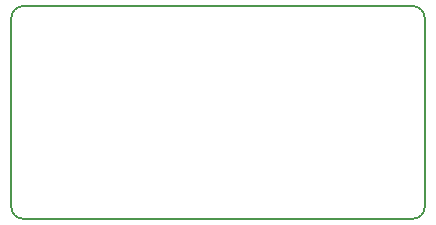
<source format=gbr>
%TF.GenerationSoftware,KiCad,Pcbnew,(6.0.4)*%
%TF.CreationDate,2022-10-25T22:36:08-04:00*%
%TF.ProjectId,battpack,62617474-7061-4636-9b2e-6b696361645f,v1.0.0*%
%TF.SameCoordinates,Original*%
%TF.FileFunction,Profile,NP*%
%FSLAX46Y46*%
G04 Gerber Fmt 4.6, Leading zero omitted, Abs format (unit mm)*
G04 Created by KiCad (PCBNEW (6.0.4)) date 2022-10-25 22:36:08*
%MOMM*%
%LPD*%
G01*
G04 APERTURE LIST*
%TA.AperFunction,Profile*%
%ADD10C,0.150000*%
%TD*%
G04 APERTURE END LIST*
D10*
X-16500000Y-9000000D02*
X16500000Y-9000000D01*
X17500000Y-8000000D02*
X17500000Y8000000D01*
X16500000Y9000000D02*
X-16500000Y9000000D01*
X-17500000Y8000000D02*
X-17500000Y-8000000D01*
X16500000Y-9000000D02*
G75*
G03*
X17500000Y-8000000I0J1000000D01*
G01*
X17500000Y8000000D02*
G75*
G03*
X16500000Y9000000I-1000000J0D01*
G01*
X-16500000Y9000000D02*
G75*
G03*
X-17500000Y8000000I0J-1000000D01*
G01*
X-17500000Y-8000000D02*
G75*
G03*
X-16500000Y-9000000I1000000J0D01*
G01*
M02*

</source>
